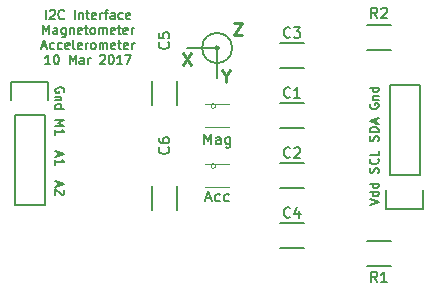
<source format=gbr>
G04 #@! TF.FileFunction,Legend,Top*
%FSLAX46Y46*%
G04 Gerber Fmt 4.6, Leading zero omitted, Abs format (unit mm)*
G04 Created by KiCad (PCBNEW 4.0.6) date 03/10/17 18:36:09*
%MOMM*%
%LPD*%
G01*
G04 APERTURE LIST*
%ADD10C,0.150000*%
%ADD11C,0.127000*%
%ADD12C,0.254000*%
%ADD13C,0.200000*%
%ADD14C,0.190500*%
%ADD15C,0.100000*%
G04 APERTURE END LIST*
D10*
D11*
X130302000Y-103595714D02*
X130302000Y-102833714D01*
X130628571Y-102906286D02*
X130664857Y-102870000D01*
X130737428Y-102833714D01*
X130918857Y-102833714D01*
X130991428Y-102870000D01*
X131027714Y-102906286D01*
X131063999Y-102978857D01*
X131063999Y-103051429D01*
X131027714Y-103160286D01*
X130592285Y-103595714D01*
X131063999Y-103595714D01*
X131825999Y-103523143D02*
X131789713Y-103559429D01*
X131680856Y-103595714D01*
X131608285Y-103595714D01*
X131499428Y-103559429D01*
X131426856Y-103486857D01*
X131390571Y-103414286D01*
X131354285Y-103269143D01*
X131354285Y-103160286D01*
X131390571Y-103015143D01*
X131426856Y-102942571D01*
X131499428Y-102870000D01*
X131608285Y-102833714D01*
X131680856Y-102833714D01*
X131789713Y-102870000D01*
X131825999Y-102906286D01*
X132733142Y-103595714D02*
X132733142Y-102833714D01*
X133095999Y-103087714D02*
X133095999Y-103595714D01*
X133095999Y-103160286D02*
X133132284Y-103124000D01*
X133204856Y-103087714D01*
X133313713Y-103087714D01*
X133386284Y-103124000D01*
X133422570Y-103196571D01*
X133422570Y-103595714D01*
X133676570Y-103087714D02*
X133966856Y-103087714D01*
X133785428Y-102833714D02*
X133785428Y-103486857D01*
X133821713Y-103559429D01*
X133894285Y-103595714D01*
X133966856Y-103595714D01*
X134511142Y-103559429D02*
X134438571Y-103595714D01*
X134293428Y-103595714D01*
X134220857Y-103559429D01*
X134184571Y-103486857D01*
X134184571Y-103196571D01*
X134220857Y-103124000D01*
X134293428Y-103087714D01*
X134438571Y-103087714D01*
X134511142Y-103124000D01*
X134547428Y-103196571D01*
X134547428Y-103269143D01*
X134184571Y-103341714D01*
X134874000Y-103595714D02*
X134874000Y-103087714D01*
X134874000Y-103232857D02*
X134910285Y-103160286D01*
X134946571Y-103124000D01*
X135019142Y-103087714D01*
X135091714Y-103087714D01*
X135236856Y-103087714D02*
X135527142Y-103087714D01*
X135345714Y-103595714D02*
X135345714Y-102942571D01*
X135381999Y-102870000D01*
X135454571Y-102833714D01*
X135527142Y-102833714D01*
X136107714Y-103595714D02*
X136107714Y-103196571D01*
X136071428Y-103124000D01*
X135998857Y-103087714D01*
X135853714Y-103087714D01*
X135781143Y-103124000D01*
X136107714Y-103559429D02*
X136035143Y-103595714D01*
X135853714Y-103595714D01*
X135781143Y-103559429D01*
X135744857Y-103486857D01*
X135744857Y-103414286D01*
X135781143Y-103341714D01*
X135853714Y-103305429D01*
X136035143Y-103305429D01*
X136107714Y-103269143D01*
X136797143Y-103559429D02*
X136724572Y-103595714D01*
X136579429Y-103595714D01*
X136506857Y-103559429D01*
X136470572Y-103523143D01*
X136434286Y-103450571D01*
X136434286Y-103232857D01*
X136470572Y-103160286D01*
X136506857Y-103124000D01*
X136579429Y-103087714D01*
X136724572Y-103087714D01*
X136797143Y-103124000D01*
X137414000Y-103559429D02*
X137341429Y-103595714D01*
X137196286Y-103595714D01*
X137123715Y-103559429D01*
X137087429Y-103486857D01*
X137087429Y-103196571D01*
X137123715Y-103124000D01*
X137196286Y-103087714D01*
X137341429Y-103087714D01*
X137414000Y-103124000D01*
X137450286Y-103196571D01*
X137450286Y-103269143D01*
X137087429Y-103341714D01*
X130066142Y-104865714D02*
X130066142Y-104103714D01*
X130320142Y-104648000D01*
X130574142Y-104103714D01*
X130574142Y-104865714D01*
X131263570Y-104865714D02*
X131263570Y-104466571D01*
X131227284Y-104394000D01*
X131154713Y-104357714D01*
X131009570Y-104357714D01*
X130936999Y-104394000D01*
X131263570Y-104829429D02*
X131190999Y-104865714D01*
X131009570Y-104865714D01*
X130936999Y-104829429D01*
X130900713Y-104756857D01*
X130900713Y-104684286D01*
X130936999Y-104611714D01*
X131009570Y-104575429D01*
X131190999Y-104575429D01*
X131263570Y-104539143D01*
X131952999Y-104357714D02*
X131952999Y-104974571D01*
X131916713Y-105047143D01*
X131880428Y-105083429D01*
X131807856Y-105119714D01*
X131698999Y-105119714D01*
X131626428Y-105083429D01*
X131952999Y-104829429D02*
X131880428Y-104865714D01*
X131735285Y-104865714D01*
X131662713Y-104829429D01*
X131626428Y-104793143D01*
X131590142Y-104720571D01*
X131590142Y-104502857D01*
X131626428Y-104430286D01*
X131662713Y-104394000D01*
X131735285Y-104357714D01*
X131880428Y-104357714D01*
X131952999Y-104394000D01*
X132315857Y-104357714D02*
X132315857Y-104865714D01*
X132315857Y-104430286D02*
X132352142Y-104394000D01*
X132424714Y-104357714D01*
X132533571Y-104357714D01*
X132606142Y-104394000D01*
X132642428Y-104466571D01*
X132642428Y-104865714D01*
X133295571Y-104829429D02*
X133223000Y-104865714D01*
X133077857Y-104865714D01*
X133005286Y-104829429D01*
X132969000Y-104756857D01*
X132969000Y-104466571D01*
X133005286Y-104394000D01*
X133077857Y-104357714D01*
X133223000Y-104357714D01*
X133295571Y-104394000D01*
X133331857Y-104466571D01*
X133331857Y-104539143D01*
X132969000Y-104611714D01*
X133549571Y-104357714D02*
X133839857Y-104357714D01*
X133658429Y-104103714D02*
X133658429Y-104756857D01*
X133694714Y-104829429D01*
X133767286Y-104865714D01*
X133839857Y-104865714D01*
X134202715Y-104865714D02*
X134130143Y-104829429D01*
X134093858Y-104793143D01*
X134057572Y-104720571D01*
X134057572Y-104502857D01*
X134093858Y-104430286D01*
X134130143Y-104394000D01*
X134202715Y-104357714D01*
X134311572Y-104357714D01*
X134384143Y-104394000D01*
X134420429Y-104430286D01*
X134456715Y-104502857D01*
X134456715Y-104720571D01*
X134420429Y-104793143D01*
X134384143Y-104829429D01*
X134311572Y-104865714D01*
X134202715Y-104865714D01*
X134783287Y-104865714D02*
X134783287Y-104357714D01*
X134783287Y-104430286D02*
X134819572Y-104394000D01*
X134892144Y-104357714D01*
X135001001Y-104357714D01*
X135073572Y-104394000D01*
X135109858Y-104466571D01*
X135109858Y-104865714D01*
X135109858Y-104466571D02*
X135146144Y-104394000D01*
X135218715Y-104357714D01*
X135327572Y-104357714D01*
X135400144Y-104394000D01*
X135436429Y-104466571D01*
X135436429Y-104865714D01*
X136089572Y-104829429D02*
X136017001Y-104865714D01*
X135871858Y-104865714D01*
X135799287Y-104829429D01*
X135763001Y-104756857D01*
X135763001Y-104466571D01*
X135799287Y-104394000D01*
X135871858Y-104357714D01*
X136017001Y-104357714D01*
X136089572Y-104394000D01*
X136125858Y-104466571D01*
X136125858Y-104539143D01*
X135763001Y-104611714D01*
X136343572Y-104357714D02*
X136633858Y-104357714D01*
X136452430Y-104103714D02*
X136452430Y-104756857D01*
X136488715Y-104829429D01*
X136561287Y-104865714D01*
X136633858Y-104865714D01*
X137178144Y-104829429D02*
X137105573Y-104865714D01*
X136960430Y-104865714D01*
X136887859Y-104829429D01*
X136851573Y-104756857D01*
X136851573Y-104466571D01*
X136887859Y-104394000D01*
X136960430Y-104357714D01*
X137105573Y-104357714D01*
X137178144Y-104394000D01*
X137214430Y-104466571D01*
X137214430Y-104539143D01*
X136851573Y-104611714D01*
X137541002Y-104865714D02*
X137541002Y-104357714D01*
X137541002Y-104502857D02*
X137577287Y-104430286D01*
X137613573Y-104394000D01*
X137686144Y-104357714D01*
X137758716Y-104357714D01*
X129975428Y-105918000D02*
X130338285Y-105918000D01*
X129902856Y-106135714D02*
X130156856Y-105373714D01*
X130410856Y-106135714D01*
X130991428Y-106099429D02*
X130918857Y-106135714D01*
X130773714Y-106135714D01*
X130701142Y-106099429D01*
X130664857Y-106063143D01*
X130628571Y-105990571D01*
X130628571Y-105772857D01*
X130664857Y-105700286D01*
X130701142Y-105664000D01*
X130773714Y-105627714D01*
X130918857Y-105627714D01*
X130991428Y-105664000D01*
X131644571Y-106099429D02*
X131572000Y-106135714D01*
X131426857Y-106135714D01*
X131354285Y-106099429D01*
X131318000Y-106063143D01*
X131281714Y-105990571D01*
X131281714Y-105772857D01*
X131318000Y-105700286D01*
X131354285Y-105664000D01*
X131426857Y-105627714D01*
X131572000Y-105627714D01*
X131644571Y-105664000D01*
X132261428Y-106099429D02*
X132188857Y-106135714D01*
X132043714Y-106135714D01*
X131971143Y-106099429D01*
X131934857Y-106026857D01*
X131934857Y-105736571D01*
X131971143Y-105664000D01*
X132043714Y-105627714D01*
X132188857Y-105627714D01*
X132261428Y-105664000D01*
X132297714Y-105736571D01*
X132297714Y-105809143D01*
X131934857Y-105881714D01*
X132733143Y-106135714D02*
X132660571Y-106099429D01*
X132624286Y-106026857D01*
X132624286Y-105373714D01*
X133313714Y-106099429D02*
X133241143Y-106135714D01*
X133096000Y-106135714D01*
X133023429Y-106099429D01*
X132987143Y-106026857D01*
X132987143Y-105736571D01*
X133023429Y-105664000D01*
X133096000Y-105627714D01*
X133241143Y-105627714D01*
X133313714Y-105664000D01*
X133350000Y-105736571D01*
X133350000Y-105809143D01*
X132987143Y-105881714D01*
X133676572Y-106135714D02*
X133676572Y-105627714D01*
X133676572Y-105772857D02*
X133712857Y-105700286D01*
X133749143Y-105664000D01*
X133821714Y-105627714D01*
X133894286Y-105627714D01*
X134257143Y-106135714D02*
X134184571Y-106099429D01*
X134148286Y-106063143D01*
X134112000Y-105990571D01*
X134112000Y-105772857D01*
X134148286Y-105700286D01*
X134184571Y-105664000D01*
X134257143Y-105627714D01*
X134366000Y-105627714D01*
X134438571Y-105664000D01*
X134474857Y-105700286D01*
X134511143Y-105772857D01*
X134511143Y-105990571D01*
X134474857Y-106063143D01*
X134438571Y-106099429D01*
X134366000Y-106135714D01*
X134257143Y-106135714D01*
X134837715Y-106135714D02*
X134837715Y-105627714D01*
X134837715Y-105700286D02*
X134874000Y-105664000D01*
X134946572Y-105627714D01*
X135055429Y-105627714D01*
X135128000Y-105664000D01*
X135164286Y-105736571D01*
X135164286Y-106135714D01*
X135164286Y-105736571D02*
X135200572Y-105664000D01*
X135273143Y-105627714D01*
X135382000Y-105627714D01*
X135454572Y-105664000D01*
X135490857Y-105736571D01*
X135490857Y-106135714D01*
X136144000Y-106099429D02*
X136071429Y-106135714D01*
X135926286Y-106135714D01*
X135853715Y-106099429D01*
X135817429Y-106026857D01*
X135817429Y-105736571D01*
X135853715Y-105664000D01*
X135926286Y-105627714D01*
X136071429Y-105627714D01*
X136144000Y-105664000D01*
X136180286Y-105736571D01*
X136180286Y-105809143D01*
X135817429Y-105881714D01*
X136398000Y-105627714D02*
X136688286Y-105627714D01*
X136506858Y-105373714D02*
X136506858Y-106026857D01*
X136543143Y-106099429D01*
X136615715Y-106135714D01*
X136688286Y-106135714D01*
X137232572Y-106099429D02*
X137160001Y-106135714D01*
X137014858Y-106135714D01*
X136942287Y-106099429D01*
X136906001Y-106026857D01*
X136906001Y-105736571D01*
X136942287Y-105664000D01*
X137014858Y-105627714D01*
X137160001Y-105627714D01*
X137232572Y-105664000D01*
X137268858Y-105736571D01*
X137268858Y-105809143D01*
X136906001Y-105881714D01*
X137595430Y-106135714D02*
X137595430Y-105627714D01*
X137595430Y-105772857D02*
X137631715Y-105700286D01*
X137668001Y-105664000D01*
X137740572Y-105627714D01*
X137813144Y-105627714D01*
X130664858Y-107405714D02*
X130229430Y-107405714D01*
X130447144Y-107405714D02*
X130447144Y-106643714D01*
X130374573Y-106752571D01*
X130302001Y-106825143D01*
X130229430Y-106861429D01*
X131136572Y-106643714D02*
X131209144Y-106643714D01*
X131281715Y-106680000D01*
X131318001Y-106716286D01*
X131354287Y-106788857D01*
X131390572Y-106934000D01*
X131390572Y-107115429D01*
X131354287Y-107260571D01*
X131318001Y-107333143D01*
X131281715Y-107369429D01*
X131209144Y-107405714D01*
X131136572Y-107405714D01*
X131064001Y-107369429D01*
X131027715Y-107333143D01*
X130991430Y-107260571D01*
X130955144Y-107115429D01*
X130955144Y-106934000D01*
X130991430Y-106788857D01*
X131027715Y-106716286D01*
X131064001Y-106680000D01*
X131136572Y-106643714D01*
X132297715Y-107405714D02*
X132297715Y-106643714D01*
X132551715Y-107188000D01*
X132805715Y-106643714D01*
X132805715Y-107405714D01*
X133495143Y-107405714D02*
X133495143Y-107006571D01*
X133458857Y-106934000D01*
X133386286Y-106897714D01*
X133241143Y-106897714D01*
X133168572Y-106934000D01*
X133495143Y-107369429D02*
X133422572Y-107405714D01*
X133241143Y-107405714D01*
X133168572Y-107369429D01*
X133132286Y-107296857D01*
X133132286Y-107224286D01*
X133168572Y-107151714D01*
X133241143Y-107115429D01*
X133422572Y-107115429D01*
X133495143Y-107079143D01*
X133858001Y-107405714D02*
X133858001Y-106897714D01*
X133858001Y-107042857D02*
X133894286Y-106970286D01*
X133930572Y-106934000D01*
X134003143Y-106897714D01*
X134075715Y-106897714D01*
X134874000Y-106716286D02*
X134910286Y-106680000D01*
X134982857Y-106643714D01*
X135164286Y-106643714D01*
X135236857Y-106680000D01*
X135273143Y-106716286D01*
X135309428Y-106788857D01*
X135309428Y-106861429D01*
X135273143Y-106970286D01*
X134837714Y-107405714D01*
X135309428Y-107405714D01*
X135781142Y-106643714D02*
X135853714Y-106643714D01*
X135926285Y-106680000D01*
X135962571Y-106716286D01*
X135998857Y-106788857D01*
X136035142Y-106934000D01*
X136035142Y-107115429D01*
X135998857Y-107260571D01*
X135962571Y-107333143D01*
X135926285Y-107369429D01*
X135853714Y-107405714D01*
X135781142Y-107405714D01*
X135708571Y-107369429D01*
X135672285Y-107333143D01*
X135636000Y-107260571D01*
X135599714Y-107115429D01*
X135599714Y-106934000D01*
X135636000Y-106788857D01*
X135672285Y-106716286D01*
X135708571Y-106680000D01*
X135781142Y-106643714D01*
X136760856Y-107405714D02*
X136325428Y-107405714D01*
X136543142Y-107405714D02*
X136543142Y-106643714D01*
X136470571Y-106752571D01*
X136397999Y-106825143D01*
X136325428Y-106861429D01*
X137014856Y-106643714D02*
X137522856Y-106643714D01*
X137196285Y-107405714D01*
X143806333Y-118766167D02*
X144229667Y-118766167D01*
X143721667Y-119020167D02*
X144018000Y-118131167D01*
X144314333Y-119020167D01*
X144991667Y-118977833D02*
X144907000Y-119020167D01*
X144737667Y-119020167D01*
X144653000Y-118977833D01*
X144610667Y-118935500D01*
X144568333Y-118850833D01*
X144568333Y-118596833D01*
X144610667Y-118512167D01*
X144653000Y-118469833D01*
X144737667Y-118427500D01*
X144907000Y-118427500D01*
X144991667Y-118469833D01*
X145753667Y-118977833D02*
X145669000Y-119020167D01*
X145499667Y-119020167D01*
X145415000Y-118977833D01*
X145372667Y-118935500D01*
X145330333Y-118850833D01*
X145330333Y-118596833D01*
X145372667Y-118512167D01*
X145415000Y-118469833D01*
X145499667Y-118427500D01*
X145669000Y-118427500D01*
X145753667Y-118469833D01*
X143679334Y-114194167D02*
X143679334Y-113305167D01*
X143975667Y-113940167D01*
X144272000Y-113305167D01*
X144272000Y-114194167D01*
X145076334Y-114194167D02*
X145076334Y-113728500D01*
X145034000Y-113643833D01*
X144949334Y-113601500D01*
X144780000Y-113601500D01*
X144695334Y-113643833D01*
X145076334Y-114151833D02*
X144991667Y-114194167D01*
X144780000Y-114194167D01*
X144695334Y-114151833D01*
X144653000Y-114067167D01*
X144653000Y-113982500D01*
X144695334Y-113897833D01*
X144780000Y-113855500D01*
X144991667Y-113855500D01*
X145076334Y-113813167D01*
X145880667Y-113601500D02*
X145880667Y-114321167D01*
X145838333Y-114405833D01*
X145796000Y-114448167D01*
X145711333Y-114490500D01*
X145584333Y-114490500D01*
X145499667Y-114448167D01*
X145880667Y-114151833D02*
X145796000Y-114194167D01*
X145626667Y-114194167D01*
X145542000Y-114151833D01*
X145499667Y-114109500D01*
X145457333Y-114024833D01*
X145457333Y-113770833D01*
X145499667Y-113686167D01*
X145542000Y-113643833D01*
X145626667Y-113601500D01*
X145796000Y-113601500D01*
X145880667Y-113643833D01*
D12*
X144907000Y-106045000D02*
G75*
G03X144907000Y-106045000I-127000J0D01*
G01*
D13*
X144780000Y-106045000D02*
X144780000Y-108585000D01*
X142240000Y-106045000D02*
X144780000Y-106045000D01*
D12*
X145542001Y-108433810D02*
X145542001Y-108917619D01*
X145203334Y-107901619D02*
X145542001Y-108433810D01*
X145880667Y-107901619D01*
X141901334Y-106504619D02*
X142578667Y-107520619D01*
X142578667Y-106504619D02*
X141901334Y-107520619D01*
X146219334Y-103964619D02*
X146896667Y-103964619D01*
X146219334Y-104980619D01*
X146896667Y-104980619D01*
D13*
X146050000Y-106045000D02*
G75*
G03X146050000Y-106045000I-1270000J0D01*
G01*
D14*
X157697714Y-119307429D02*
X158459714Y-119053429D01*
X157697714Y-118799429D01*
X158459714Y-118218857D02*
X157697714Y-118218857D01*
X158423429Y-118218857D02*
X158459714Y-118291428D01*
X158459714Y-118436571D01*
X158423429Y-118509143D01*
X158387143Y-118545428D01*
X158314571Y-118581714D01*
X158096857Y-118581714D01*
X158024286Y-118545428D01*
X157988000Y-118509143D01*
X157951714Y-118436571D01*
X157951714Y-118291428D01*
X157988000Y-118218857D01*
X158459714Y-117529428D02*
X157697714Y-117529428D01*
X158423429Y-117529428D02*
X158459714Y-117601999D01*
X158459714Y-117747142D01*
X158423429Y-117819714D01*
X158387143Y-117855999D01*
X158314571Y-117892285D01*
X158096857Y-117892285D01*
X158024286Y-117855999D01*
X157988000Y-117819714D01*
X157951714Y-117747142D01*
X157951714Y-117601999D01*
X157988000Y-117529428D01*
X158423429Y-116622285D02*
X158459714Y-116513428D01*
X158459714Y-116331999D01*
X158423429Y-116259428D01*
X158387143Y-116223142D01*
X158314571Y-116186857D01*
X158242000Y-116186857D01*
X158169429Y-116223142D01*
X158133143Y-116259428D01*
X158096857Y-116331999D01*
X158060571Y-116477142D01*
X158024286Y-116549714D01*
X157988000Y-116585999D01*
X157915429Y-116622285D01*
X157842857Y-116622285D01*
X157770286Y-116585999D01*
X157734000Y-116549714D01*
X157697714Y-116477142D01*
X157697714Y-116295714D01*
X157734000Y-116186857D01*
X158387143Y-115424857D02*
X158423429Y-115461143D01*
X158459714Y-115570000D01*
X158459714Y-115642571D01*
X158423429Y-115751428D01*
X158350857Y-115824000D01*
X158278286Y-115860285D01*
X158133143Y-115896571D01*
X158024286Y-115896571D01*
X157879143Y-115860285D01*
X157806571Y-115824000D01*
X157734000Y-115751428D01*
X157697714Y-115642571D01*
X157697714Y-115570000D01*
X157734000Y-115461143D01*
X157770286Y-115424857D01*
X158459714Y-114735428D02*
X158459714Y-115098285D01*
X157697714Y-115098285D01*
X158423429Y-113937143D02*
X158459714Y-113828286D01*
X158459714Y-113646857D01*
X158423429Y-113574286D01*
X158387143Y-113538000D01*
X158314571Y-113501715D01*
X158242000Y-113501715D01*
X158169429Y-113538000D01*
X158133143Y-113574286D01*
X158096857Y-113646857D01*
X158060571Y-113792000D01*
X158024286Y-113864572D01*
X157988000Y-113900857D01*
X157915429Y-113937143D01*
X157842857Y-113937143D01*
X157770286Y-113900857D01*
X157734000Y-113864572D01*
X157697714Y-113792000D01*
X157697714Y-113610572D01*
X157734000Y-113501715D01*
X158459714Y-113175143D02*
X157697714Y-113175143D01*
X157697714Y-112993715D01*
X157734000Y-112884858D01*
X157806571Y-112812286D01*
X157879143Y-112776001D01*
X158024286Y-112739715D01*
X158133143Y-112739715D01*
X158278286Y-112776001D01*
X158350857Y-112812286D01*
X158423429Y-112884858D01*
X158459714Y-112993715D01*
X158459714Y-113175143D01*
X158242000Y-112449429D02*
X158242000Y-112086572D01*
X158459714Y-112522001D02*
X157697714Y-112268001D01*
X158459714Y-112014001D01*
X157734000Y-110780287D02*
X157697714Y-110852858D01*
X157697714Y-110961715D01*
X157734000Y-111070572D01*
X157806571Y-111143144D01*
X157879143Y-111179429D01*
X158024286Y-111215715D01*
X158133143Y-111215715D01*
X158278286Y-111179429D01*
X158350857Y-111143144D01*
X158423429Y-111070572D01*
X158459714Y-110961715D01*
X158459714Y-110889144D01*
X158423429Y-110780287D01*
X158387143Y-110744001D01*
X158133143Y-110744001D01*
X158133143Y-110889144D01*
X157951714Y-110417429D02*
X158459714Y-110417429D01*
X158024286Y-110417429D02*
X157988000Y-110381144D01*
X157951714Y-110308572D01*
X157951714Y-110199715D01*
X157988000Y-110127144D01*
X158060571Y-110090858D01*
X158459714Y-110090858D01*
X158459714Y-109401429D02*
X157697714Y-109401429D01*
X158423429Y-109401429D02*
X158459714Y-109474000D01*
X158459714Y-109619143D01*
X158423429Y-109691715D01*
X158387143Y-109728000D01*
X158314571Y-109764286D01*
X158096857Y-109764286D01*
X158024286Y-109728000D01*
X157988000Y-109691715D01*
X157951714Y-109619143D01*
X157951714Y-109474000D01*
X157988000Y-109401429D01*
X131826000Y-109800571D02*
X131862286Y-109728000D01*
X131862286Y-109619143D01*
X131826000Y-109510286D01*
X131753429Y-109437714D01*
X131680857Y-109401429D01*
X131535714Y-109365143D01*
X131426857Y-109365143D01*
X131281714Y-109401429D01*
X131209143Y-109437714D01*
X131136571Y-109510286D01*
X131100286Y-109619143D01*
X131100286Y-109691714D01*
X131136571Y-109800571D01*
X131172857Y-109836857D01*
X131426857Y-109836857D01*
X131426857Y-109691714D01*
X131608286Y-110163429D02*
X131100286Y-110163429D01*
X131535714Y-110163429D02*
X131572000Y-110199714D01*
X131608286Y-110272286D01*
X131608286Y-110381143D01*
X131572000Y-110453714D01*
X131499429Y-110490000D01*
X131100286Y-110490000D01*
X131100286Y-111179429D02*
X131862286Y-111179429D01*
X131136571Y-111179429D02*
X131100286Y-111106858D01*
X131100286Y-110961715D01*
X131136571Y-110889143D01*
X131172857Y-110852858D01*
X131245429Y-110816572D01*
X131463143Y-110816572D01*
X131535714Y-110852858D01*
X131572000Y-110889143D01*
X131608286Y-110961715D01*
X131608286Y-111106858D01*
X131572000Y-111179429D01*
X131100286Y-112122858D02*
X131862286Y-112122858D01*
X131318000Y-112376858D01*
X131862286Y-112630858D01*
X131100286Y-112630858D01*
X131100286Y-113392857D02*
X131100286Y-112957429D01*
X131100286Y-113175143D02*
X131862286Y-113175143D01*
X131753429Y-113102572D01*
X131680857Y-113030000D01*
X131644571Y-112957429D01*
X131318000Y-114844285D02*
X131318000Y-115207142D01*
X131100286Y-114771713D02*
X131862286Y-115025713D01*
X131100286Y-115279713D01*
X131100286Y-115932856D02*
X131100286Y-115497428D01*
X131100286Y-115715142D02*
X131862286Y-115715142D01*
X131753429Y-115642571D01*
X131680857Y-115569999D01*
X131644571Y-115497428D01*
X131318000Y-117384284D02*
X131318000Y-117747141D01*
X131100286Y-117311712D02*
X131862286Y-117565712D01*
X131100286Y-117819712D01*
X131789714Y-118037427D02*
X131826000Y-118073713D01*
X131862286Y-118146284D01*
X131862286Y-118327713D01*
X131826000Y-118400284D01*
X131789714Y-118436570D01*
X131717143Y-118472855D01*
X131644571Y-118472855D01*
X131535714Y-118436570D01*
X131100286Y-118001141D01*
X131100286Y-118472855D01*
D15*
X144680000Y-116040000D02*
G75*
G03X144680000Y-116040000I-200000J0D01*
G01*
X145780000Y-117840000D02*
X143780000Y-117840000D01*
X145780000Y-115840000D02*
X143780000Y-115840000D01*
D10*
X152130000Y-110735000D02*
X150130000Y-110735000D01*
X150130000Y-112785000D02*
X152130000Y-112785000D01*
X152130000Y-115815000D02*
X150130000Y-115815000D01*
X150130000Y-117865000D02*
X152130000Y-117865000D01*
X152130000Y-105655000D02*
X150130000Y-105655000D01*
X150130000Y-107705000D02*
X152130000Y-107705000D01*
X152130000Y-120895000D02*
X150130000Y-120895000D01*
X150130000Y-122945000D02*
X152130000Y-122945000D01*
X139310000Y-108855000D02*
X139310000Y-110855000D01*
X141360000Y-110855000D02*
X141360000Y-108855000D01*
X139310000Y-117745000D02*
X139310000Y-119745000D01*
X141360000Y-119745000D02*
X141360000Y-117745000D01*
X161925000Y-116840000D02*
X161925000Y-109220000D01*
X159385000Y-116840000D02*
X159385000Y-109220000D01*
X159105000Y-119660000D02*
X159105000Y-118110000D01*
X161925000Y-109220000D02*
X159385000Y-109220000D01*
X159385000Y-116840000D02*
X161925000Y-116840000D01*
X162205000Y-118110000D02*
X162205000Y-119660000D01*
X162205000Y-119660000D02*
X159105000Y-119660000D01*
X127635000Y-111760000D02*
X127635000Y-119380000D01*
X130175000Y-111760000D02*
X130175000Y-119380000D01*
X130455000Y-108940000D02*
X130455000Y-110490000D01*
X127635000Y-119380000D02*
X130175000Y-119380000D01*
X130175000Y-111760000D02*
X127635000Y-111760000D01*
X127355000Y-110490000D02*
X127355000Y-108940000D01*
X127355000Y-108940000D02*
X130455000Y-108940000D01*
X159496000Y-124519000D02*
X157496000Y-124519000D01*
X157496000Y-122369000D02*
X159496000Y-122369000D01*
X159496000Y-106231000D02*
X157496000Y-106231000D01*
X157496000Y-104081000D02*
X159496000Y-104081000D01*
D15*
X144680000Y-110960000D02*
G75*
G03X144680000Y-110960000I-200000J0D01*
G01*
X145780000Y-112760000D02*
X143780000Y-112760000D01*
X145780000Y-110760000D02*
X143780000Y-110760000D01*
D10*
X150981834Y-110172500D02*
X150939500Y-110214833D01*
X150812500Y-110257167D01*
X150727834Y-110257167D01*
X150600834Y-110214833D01*
X150516167Y-110130167D01*
X150473834Y-110045500D01*
X150431500Y-109876167D01*
X150431500Y-109749167D01*
X150473834Y-109579833D01*
X150516167Y-109495167D01*
X150600834Y-109410500D01*
X150727834Y-109368167D01*
X150812500Y-109368167D01*
X150939500Y-109410500D01*
X150981834Y-109452833D01*
X151828500Y-110257167D02*
X151320500Y-110257167D01*
X151574500Y-110257167D02*
X151574500Y-109368167D01*
X151489834Y-109495167D01*
X151405167Y-109579833D01*
X151320500Y-109622167D01*
X150981834Y-115252500D02*
X150939500Y-115294833D01*
X150812500Y-115337167D01*
X150727834Y-115337167D01*
X150600834Y-115294833D01*
X150516167Y-115210167D01*
X150473834Y-115125500D01*
X150431500Y-114956167D01*
X150431500Y-114829167D01*
X150473834Y-114659833D01*
X150516167Y-114575167D01*
X150600834Y-114490500D01*
X150727834Y-114448167D01*
X150812500Y-114448167D01*
X150939500Y-114490500D01*
X150981834Y-114532833D01*
X151320500Y-114532833D02*
X151362834Y-114490500D01*
X151447500Y-114448167D01*
X151659167Y-114448167D01*
X151743834Y-114490500D01*
X151786167Y-114532833D01*
X151828500Y-114617500D01*
X151828500Y-114702167D01*
X151786167Y-114829167D01*
X151278167Y-115337167D01*
X151828500Y-115337167D01*
X150981834Y-105092500D02*
X150939500Y-105134833D01*
X150812500Y-105177167D01*
X150727834Y-105177167D01*
X150600834Y-105134833D01*
X150516167Y-105050167D01*
X150473834Y-104965500D01*
X150431500Y-104796167D01*
X150431500Y-104669167D01*
X150473834Y-104499833D01*
X150516167Y-104415167D01*
X150600834Y-104330500D01*
X150727834Y-104288167D01*
X150812500Y-104288167D01*
X150939500Y-104330500D01*
X150981834Y-104372833D01*
X151278167Y-104288167D02*
X151828500Y-104288167D01*
X151532167Y-104626833D01*
X151659167Y-104626833D01*
X151743834Y-104669167D01*
X151786167Y-104711500D01*
X151828500Y-104796167D01*
X151828500Y-105007833D01*
X151786167Y-105092500D01*
X151743834Y-105134833D01*
X151659167Y-105177167D01*
X151405167Y-105177167D01*
X151320500Y-105134833D01*
X151278167Y-105092500D01*
X150981834Y-120332500D02*
X150939500Y-120374833D01*
X150812500Y-120417167D01*
X150727834Y-120417167D01*
X150600834Y-120374833D01*
X150516167Y-120290167D01*
X150473834Y-120205500D01*
X150431500Y-120036167D01*
X150431500Y-119909167D01*
X150473834Y-119739833D01*
X150516167Y-119655167D01*
X150600834Y-119570500D01*
X150727834Y-119528167D01*
X150812500Y-119528167D01*
X150939500Y-119570500D01*
X150981834Y-119612833D01*
X151743834Y-119824500D02*
X151743834Y-120417167D01*
X151532167Y-119485833D02*
X151320500Y-120120833D01*
X151870834Y-120120833D01*
X140652500Y-105558166D02*
X140694833Y-105600500D01*
X140737167Y-105727500D01*
X140737167Y-105812166D01*
X140694833Y-105939166D01*
X140610167Y-106023833D01*
X140525500Y-106066166D01*
X140356167Y-106108500D01*
X140229167Y-106108500D01*
X140059833Y-106066166D01*
X139975167Y-106023833D01*
X139890500Y-105939166D01*
X139848167Y-105812166D01*
X139848167Y-105727500D01*
X139890500Y-105600500D01*
X139932833Y-105558166D01*
X139848167Y-104753833D02*
X139848167Y-105177166D01*
X140271500Y-105219500D01*
X140229167Y-105177166D01*
X140186833Y-105092500D01*
X140186833Y-104880833D01*
X140229167Y-104796166D01*
X140271500Y-104753833D01*
X140356167Y-104711500D01*
X140567833Y-104711500D01*
X140652500Y-104753833D01*
X140694833Y-104796166D01*
X140737167Y-104880833D01*
X140737167Y-105092500D01*
X140694833Y-105177166D01*
X140652500Y-105219500D01*
X140652500Y-114448166D02*
X140694833Y-114490500D01*
X140737167Y-114617500D01*
X140737167Y-114702166D01*
X140694833Y-114829166D01*
X140610167Y-114913833D01*
X140525500Y-114956166D01*
X140356167Y-114998500D01*
X140229167Y-114998500D01*
X140059833Y-114956166D01*
X139975167Y-114913833D01*
X139890500Y-114829166D01*
X139848167Y-114702166D01*
X139848167Y-114617500D01*
X139890500Y-114490500D01*
X139932833Y-114448166D01*
X139848167Y-113686166D02*
X139848167Y-113855500D01*
X139890500Y-113940166D01*
X139932833Y-113982500D01*
X140059833Y-114067166D01*
X140229167Y-114109500D01*
X140567833Y-114109500D01*
X140652500Y-114067166D01*
X140694833Y-114024833D01*
X140737167Y-113940166D01*
X140737167Y-113770833D01*
X140694833Y-113686166D01*
X140652500Y-113643833D01*
X140567833Y-113601500D01*
X140356167Y-113601500D01*
X140271500Y-113643833D01*
X140229167Y-113686166D01*
X140186833Y-113770833D01*
X140186833Y-113940166D01*
X140229167Y-114024833D01*
X140271500Y-114067166D01*
X140356167Y-114109500D01*
X158347834Y-125878167D02*
X158051500Y-125454833D01*
X157839834Y-125878167D02*
X157839834Y-124989167D01*
X158178500Y-124989167D01*
X158263167Y-125031500D01*
X158305500Y-125073833D01*
X158347834Y-125158500D01*
X158347834Y-125285500D01*
X158305500Y-125370167D01*
X158263167Y-125412500D01*
X158178500Y-125454833D01*
X157839834Y-125454833D01*
X159194500Y-125878167D02*
X158686500Y-125878167D01*
X158940500Y-125878167D02*
X158940500Y-124989167D01*
X158855834Y-125116167D01*
X158771167Y-125200833D01*
X158686500Y-125243167D01*
X158347834Y-103526167D02*
X158051500Y-103102833D01*
X157839834Y-103526167D02*
X157839834Y-102637167D01*
X158178500Y-102637167D01*
X158263167Y-102679500D01*
X158305500Y-102721833D01*
X158347834Y-102806500D01*
X158347834Y-102933500D01*
X158305500Y-103018167D01*
X158263167Y-103060500D01*
X158178500Y-103102833D01*
X157839834Y-103102833D01*
X158686500Y-102721833D02*
X158728834Y-102679500D01*
X158813500Y-102637167D01*
X159025167Y-102637167D01*
X159109834Y-102679500D01*
X159152167Y-102721833D01*
X159194500Y-102806500D01*
X159194500Y-102891167D01*
X159152167Y-103018167D01*
X158644167Y-103526167D01*
X159194500Y-103526167D01*
M02*

</source>
